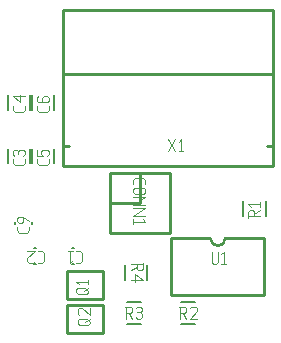
<source format=gbr>
G04 start of page 8 for group -4079 idx -4079 *
G04 Title: (unknown), topsilk *
G04 Creator: pcb 1.99z *
G04 CreationDate: Wed 06 Nov 2013 06:55:18 PM GMT UTC *
G04 For: commonadmin *
G04 Format: Gerber/RS-274X *
G04 PCB-Dimensions: 600000 500000 *
G04 PCB-Coordinate-Origin: lower left *
%MOIN*%
%FSLAX25Y25*%
%LNTOPSILK*%
%ADD55C,0.0040*%
%ADD54C,0.0080*%
%ADD53C,0.0100*%
G54D53*X38732Y61673D02*Y41673D01*
X58732D01*
Y61673D01*
X38732D01*
Y51673D02*X48732D01*
Y61673D01*
X59250Y40000D02*Y21000D01*
X90250D01*
Y40000D02*Y21000D01*
X59250Y40000D02*X72250D01*
X77250D02*X90250D01*
X72250D02*G75*G03X77250Y40000I2500J0D01*G01*
G54D54*X44543Y18740D02*X49267D01*
X44543Y11260D02*X49267D01*
X62543Y18740D02*X67267D01*
X62543Y11260D02*X67267D01*
X51240Y30957D02*Y26233D01*
X43760Y30957D02*Y26233D01*
X83260Y52267D02*Y47543D01*
X90740Y52267D02*Y47543D01*
X7245Y45436D02*Y44650D01*
X12755Y45436D02*Y44650D01*
G54D53*X24500Y17700D02*X36400D01*
X24500D02*Y8300D01*
X36400D01*
Y17700D02*Y8300D01*
X24500Y29100D02*X36400D01*
X24500D02*Y19700D01*
X36400D01*
Y29100D02*Y19700D01*
G54D54*X26064Y31245D02*X26850D01*
X26064Y36755D02*X26850D01*
X13392Y31245D02*X14178D01*
X13392Y36755D02*X14178D01*
X12760Y69767D02*Y65043D01*
X20240Y69767D02*Y65043D01*
X12760Y87577D02*Y82853D01*
X20240Y87577D02*Y82853D01*
G54D53*X93000Y64000D02*Y94000D01*
X23000D02*Y64000D01*
X93000Y94900D02*X23000D01*
X93000Y70900D02*X91000D01*
X23000D02*X25000D01*
X23000Y64000D02*X93000D01*
X23000Y93900D02*Y116200D01*
X93000Y93900D02*Y116200D01*
X23000D02*X93000D01*
G54D54*X4760Y69767D02*Y65043D01*
X12240Y69767D02*Y65043D01*
X4760Y87577D02*Y82853D01*
X12240Y87577D02*Y82853D01*
G54D55*X10350Y84065D02*Y82765D01*
X9650Y82065D02*X10350Y82765D01*
X7050Y82065D02*X9650D01*
X7050D02*X6350Y82765D01*
Y84065D02*Y82765D01*
X8850Y85265D02*X6350Y87265D01*
X8850Y87765D02*Y85265D01*
X6350Y87265D02*X10350D01*
X72750Y35500D02*Y32000D01*
X73250Y31500D01*
X74250D01*
X74750Y32000D01*
Y35500D02*Y32000D01*
X75950Y34700D02*X76750Y35500D01*
Y31500D01*
X75950D02*X77450D01*
X61755Y17150D02*X63755D01*
X64255Y16650D01*
Y15650D01*
X63755Y15150D02*X64255Y15650D01*
X62255Y15150D02*X63755D01*
X62255Y17150D02*Y13150D01*
X63055Y15150D02*X64255Y13150D01*
X65455Y16650D02*X65955Y17150D01*
X67455D01*
X67955Y16650D01*
Y15650D01*
X65455Y13150D02*X67955Y15650D01*
X65455Y13150D02*X67955D01*
X84850Y48755D02*Y46755D01*
Y48755D02*X85350Y49255D01*
X86350D01*
X86850Y48755D02*X86350Y49255D01*
X86850Y48755D02*Y47255D01*
X84850D02*X88850D01*
X86850Y48055D02*X88850Y49255D01*
X85650Y50455D02*X84850Y51255D01*
X88850D01*
Y51955D02*Y50455D01*
X46480Y59406D02*Y58106D01*
X47180Y60106D02*X46480Y59406D01*
X47180Y60106D02*X49780D01*
X50480Y59406D01*
Y58106D01*
X46980Y56906D02*X49980D01*
X50480Y56406D01*
Y55406D01*
X49980Y54906D01*
X46980D02*X49980D01*
X46480Y55406D02*X46980Y54906D01*
X46480Y56406D02*Y55406D01*
X46980Y56906D02*X46480Y56406D01*
Y53706D02*X50480D01*
X46480Y51206D01*
X50480D01*
X46480Y50006D02*X50480D01*
X46480Y47506D01*
X50480D01*
X49680Y46306D02*X50480Y45506D01*
X46480D02*X50480D01*
X46480Y46306D02*Y44806D01*
X43755Y17150D02*X45755D01*
X46255Y16650D01*
Y15650D01*
X45755Y15150D02*X46255Y15650D01*
X44255Y15150D02*X45755D01*
X44255Y17150D02*Y13150D01*
X45055Y15150D02*X46255Y13150D01*
X47455Y16650D02*X47955Y17150D01*
X48955D01*
X49455Y16650D01*
X48955Y13150D02*X49455Y13650D01*
X47955Y13150D02*X48955D01*
X47455Y13650D02*X47955Y13150D01*
Y15350D02*X48955D01*
X49455Y16650D02*Y15850D01*
Y14850D02*Y13650D01*
Y14850D02*X48955Y15350D01*
X49455Y15850D02*X48955Y15350D01*
X49650Y31745D02*Y29745D01*
X49150Y29245D01*
X48150D02*X49150D01*
X47650Y29745D02*X48150Y29245D01*
X47650Y31245D02*Y29745D01*
X45650Y31245D02*X49650D01*
X47650Y30445D02*X45650Y29245D01*
X47150Y28045D02*X49650Y26045D01*
X47150Y28045D02*Y25545D01*
X45650Y26045D02*X49650D01*
X58000Y69000D02*X60500Y73000D01*
X58000D02*X60500Y69000D01*
X61700Y72200D02*X62500Y73000D01*
Y69000D01*
X61700D02*X63200D01*
X11850Y43893D02*Y42593D01*
X11150Y41893D02*X11850Y42593D01*
X8550Y41893D02*X11150D01*
X8550D02*X7850Y42593D01*
Y43893D02*Y42593D01*
X11850Y45593D02*X9850Y47093D01*
X8350D02*X9850D01*
X7850Y46593D02*X8350Y47093D01*
X7850Y46593D02*Y45593D01*
X8350Y45093D02*X7850Y45593D01*
X8350Y45093D02*X9350D01*
X9850Y45593D01*
Y47093D02*Y45593D01*
X28500Y11100D02*X31500D01*
X28500D02*X28000Y11600D01*
Y12600D02*Y11600D01*
Y12600D02*X28500Y13100D01*
X31000D01*
X32000Y12100D02*X31000Y13100D01*
X32000Y12100D02*Y11600D01*
X31500Y11100D02*X32000Y11600D01*
X30500Y12100D02*X32000Y13100D01*
X28500Y14300D02*X28000Y14800D01*
Y16300D02*Y14800D01*
Y16300D02*X28500Y16800D01*
X29500D01*
X32000Y14300D02*X29500Y16800D01*
X32000D02*Y14300D01*
X28000Y21500D02*X31000D01*
X28000D02*X27500Y22000D01*
Y23000D02*Y22000D01*
Y23000D02*X28000Y23500D01*
X30500D01*
X31500Y22500D02*X30500Y23500D01*
X31500Y22500D02*Y22000D01*
X31000Y21500D02*X31500Y22000D01*
X30000Y22500D02*X31500Y23500D01*
X28300Y24700D02*X27500Y25500D01*
X31500D01*
Y26200D02*Y24700D01*
X27607Y35850D02*X28907D01*
X29607Y35150D02*X28907Y35850D01*
X29607Y35150D02*Y32550D01*
X28907Y31850D01*
X27607D02*X28907D01*
X26407Y32650D02*X25607Y31850D01*
Y35850D02*Y31850D01*
X24907Y35850D02*X26407D01*
X14935D02*X16235D01*
X16935Y35150D02*X16235Y35850D01*
X16935Y35150D02*Y32550D01*
X16235Y31850D01*
X14935D02*X16235D01*
X13735Y32350D02*X13235Y31850D01*
X11735D02*X13235D01*
X11735D02*X11235Y32350D01*
Y33350D02*Y32350D01*
X13735Y35850D02*X11235Y33350D01*
Y35850D02*X13735D01*
X18350Y66255D02*Y64955D01*
X17650Y64255D02*X18350Y64955D01*
X15050Y64255D02*X17650D01*
X15050D02*X14350Y64955D01*
Y66255D02*Y64955D01*
Y69455D02*Y67455D01*
X16350D01*
X15850Y67955D01*
Y68955D02*Y67955D01*
Y68955D02*X16350Y69455D01*
X17850D01*
X18350Y68955D02*X17850Y69455D01*
X18350Y68955D02*Y67955D01*
X17850Y67455D02*X18350Y67955D01*
Y84065D02*Y82765D01*
X17650Y82065D02*X18350Y82765D01*
X15050Y82065D02*X17650D01*
X15050D02*X14350Y82765D01*
Y84065D02*Y82765D01*
Y86765D02*X14850Y87265D01*
X14350Y86765D02*Y85765D01*
X14850Y85265D02*X14350Y85765D01*
X14850Y85265D02*X17850D01*
X18350Y85765D01*
X16150Y86765D02*X16650Y87265D01*
X16150Y86765D02*Y85265D01*
X18350Y86765D02*Y85765D01*
Y86765D02*X17850Y87265D01*
X16650D02*X17850D01*
X10350Y66255D02*Y64955D01*
X9650Y64255D02*X10350Y64955D01*
X7050Y64255D02*X9650D01*
X7050D02*X6350Y64955D01*
Y66255D02*Y64955D01*
X6850Y67455D02*X6350Y67955D01*
Y68955D02*Y67955D01*
Y68955D02*X6850Y69455D01*
X10350Y68955D02*X9850Y69455D01*
X10350Y68955D02*Y67955D01*
X9850Y67455D02*X10350Y67955D01*
X8150Y68955D02*Y67955D01*
X6850Y69455D02*X7650D01*
X8650D02*X9850D01*
X8650D02*X8150Y68955D01*
X7650Y69455D02*X8150Y68955D01*
M02*

</source>
